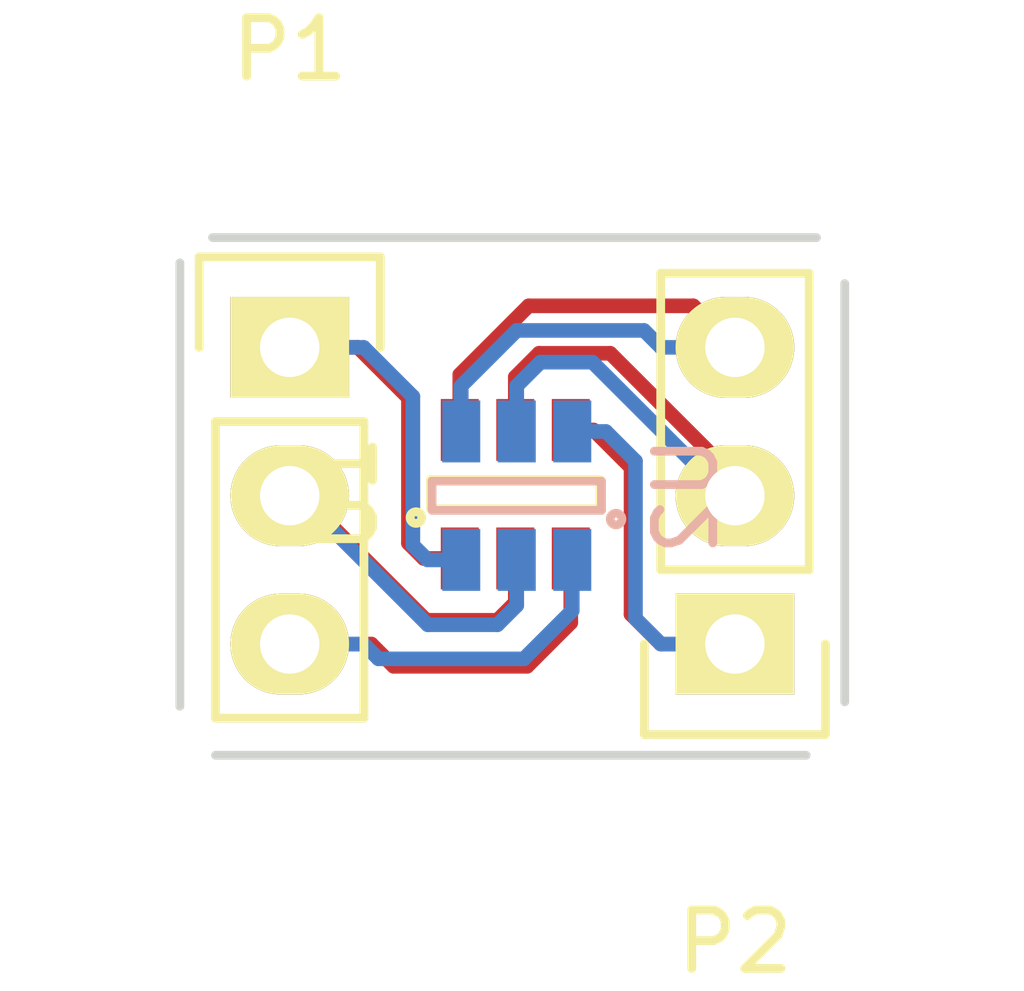
<source format=kicad_pcb>
(kicad_pcb (version 20171130) (host pcbnew 5.0-dev-unknown-dd04bcb~61~ubuntu16.04.1)

  (general
    (thickness 1.6)
    (drawings 4)
    (tracks 59)
    (zones 0)
    (modules 4)
    (nets 7)
  )

  (page A4)
  (layers
    (0 F.Cu signal)
    (31 B.Cu signal)
    (32 B.Adhes user)
    (33 F.Adhes user)
    (34 B.Paste user)
    (35 F.Paste user)
    (36 B.SilkS user)
    (37 F.SilkS user)
    (38 B.Mask user)
    (39 F.Mask user)
    (40 Dwgs.User user)
    (41 Cmts.User user)
    (42 Eco1.User user)
    (43 Eco2.User user)
    (44 Edge.Cuts user)
    (45 Margin user)
    (46 B.CrtYd user)
    (47 F.CrtYd user)
    (48 B.Fab user)
    (49 F.Fab user)
  )

  (setup
    (last_trace_width 0.25)
    (trace_clearance 0.2)
    (zone_clearance 0.508)
    (zone_45_only no)
    (trace_min 0.2)
    (segment_width 0.2)
    (edge_width 0.15)
    (via_size 0.6)
    (via_drill 0.4)
    (via_min_size 0.4)
    (via_min_drill 0.3)
    (uvia_size 0.3)
    (uvia_drill 0.1)
    (uvias_allowed no)
    (uvia_min_size 0.2)
    (uvia_min_drill 0.1)
    (pcb_text_width 0.3)
    (pcb_text_size 1.5 1.5)
    (mod_edge_width 0.15)
    (mod_text_size 1 1)
    (mod_text_width 0.15)
    (pad_size 1.524 1.524)
    (pad_drill 0.762)
    (pad_to_mask_clearance 0.2)
    (aux_axis_origin 0 0)
    (visible_elements FFFFFF7F)
    (pcbplotparams
      (layerselection 0x00030_80000001)
      (usegerberextensions false)
      (usegerberattributes false)
      (usegerberadvancedattributes false)
      (creategerberjobfile false)
      (excludeedgelayer true)
      (linewidth 1.000000)
      (plotframeref false)
      (viasonmask false)
      (mode 1)
      (useauxorigin false)
      (hpglpennumber 1)
      (hpglpenspeed 20)
      (hpglpendiameter 15)
      (psnegative false)
      (psa4output false)
      (plotreference true)
      (plotvalue true)
      (plotinvisibletext false)
      (padsonsilk false)
      (subtractmaskfromsilk false)
      (outputformat 1)
      (mirror false)
      (drillshape 1)
      (scaleselection 1)
      (outputdirectory ""))
  )

  (net 0 "")
  (net 1 "Net-(P1-Pad1)")
  (net 2 "Net-(P1-Pad2)")
  (net 3 "Net-(P1-Pad3)")
  (net 4 "Net-(P2-Pad1)")
  (net 5 "Net-(P2-Pad2)")
  (net 6 "Net-(P2-Pad3)")

  (net_class Default "This is the default net class."
    (clearance 0.2)
    (trace_width 0.25)
    (via_dia 0.6)
    (via_drill 0.4)
    (uvia_dia 0.3)
    (uvia_drill 0.1)
    (add_net "Net-(P1-Pad1)")
    (add_net "Net-(P1-Pad2)")
    (add_net "Net-(P1-Pad3)")
    (add_net "Net-(P2-Pad1)")
    (add_net "Net-(P2-Pad2)")
    (add_net "Net-(P2-Pad3)")
  )

  (module Pin_Headers:Pin_Header_Straight_1x03 (layer F.Cu) (tedit 0) (tstamp 56251639)
    (at 108.1278 84.836)
    (descr "Through hole pin header")
    (tags "pin header")
    (path /56251035)
    (fp_text reference P1 (at 0 -5.1) (layer F.SilkS)
      (effects (font (size 1 1) (thickness 0.15)))
    )
    (fp_text value CONN_01X03 (at 0 -3.1) (layer F.Fab)
      (effects (font (size 1 1) (thickness 0.15)))
    )
    (fp_line (start -1.75 -1.75) (end -1.75 6.85) (layer F.CrtYd) (width 0.05))
    (fp_line (start 1.75 -1.75) (end 1.75 6.85) (layer F.CrtYd) (width 0.05))
    (fp_line (start -1.75 -1.75) (end 1.75 -1.75) (layer F.CrtYd) (width 0.05))
    (fp_line (start -1.75 6.85) (end 1.75 6.85) (layer F.CrtYd) (width 0.05))
    (fp_line (start -1.27 1.27) (end -1.27 6.35) (layer F.SilkS) (width 0.15))
    (fp_line (start -1.27 6.35) (end 1.27 6.35) (layer F.SilkS) (width 0.15))
    (fp_line (start 1.27 6.35) (end 1.27 1.27) (layer F.SilkS) (width 0.15))
    (fp_line (start 1.55 -1.55) (end 1.55 0) (layer F.SilkS) (width 0.15))
    (fp_line (start 1.27 1.27) (end -1.27 1.27) (layer F.SilkS) (width 0.15))
    (fp_line (start -1.55 0) (end -1.55 -1.55) (layer F.SilkS) (width 0.15))
    (fp_line (start -1.55 -1.55) (end 1.55 -1.55) (layer F.SilkS) (width 0.15))
    (pad 1 thru_hole rect (at 0 0) (size 2.032 1.7272) (drill 1.016) (layers *.Cu *.Mask F.SilkS)
      (net 1 "Net-(P1-Pad1)"))
    (pad 2 thru_hole oval (at 0 2.54) (size 2.032 1.7272) (drill 1.016) (layers *.Cu *.Mask F.SilkS)
      (net 2 "Net-(P1-Pad2)"))
    (pad 3 thru_hole oval (at 0 5.08) (size 2.032 1.7272) (drill 1.016) (layers *.Cu *.Mask F.SilkS)
      (net 3 "Net-(P1-Pad3)"))
    (model Pin_Headers.3dshapes/Pin_Header_Straight_1x03.wrl
      (offset (xyz 0 -2.539999961853027 0))
      (scale (xyz 1 1 1))
      (rotate (xyz 0 0 90))
    )
  )

  (module Pin_Headers:Pin_Header_Straight_1x03 (layer F.Cu) (tedit 0) (tstamp 5625164B)
    (at 115.7478 89.916 180)
    (descr "Through hole pin header")
    (tags "pin header")
    (path /56250FDB)
    (fp_text reference P2 (at 0 -5.1 180) (layer F.SilkS)
      (effects (font (size 1 1) (thickness 0.15)))
    )
    (fp_text value CONN_01X03 (at 0 -3.1 180) (layer F.Fab)
      (effects (font (size 1 1) (thickness 0.15)))
    )
    (fp_line (start -1.75 -1.75) (end -1.75 6.85) (layer F.CrtYd) (width 0.05))
    (fp_line (start 1.75 -1.75) (end 1.75 6.85) (layer F.CrtYd) (width 0.05))
    (fp_line (start -1.75 -1.75) (end 1.75 -1.75) (layer F.CrtYd) (width 0.05))
    (fp_line (start -1.75 6.85) (end 1.75 6.85) (layer F.CrtYd) (width 0.05))
    (fp_line (start -1.27 1.27) (end -1.27 6.35) (layer F.SilkS) (width 0.15))
    (fp_line (start -1.27 6.35) (end 1.27 6.35) (layer F.SilkS) (width 0.15))
    (fp_line (start 1.27 6.35) (end 1.27 1.27) (layer F.SilkS) (width 0.15))
    (fp_line (start 1.55 -1.55) (end 1.55 0) (layer F.SilkS) (width 0.15))
    (fp_line (start 1.27 1.27) (end -1.27 1.27) (layer F.SilkS) (width 0.15))
    (fp_line (start -1.55 0) (end -1.55 -1.55) (layer F.SilkS) (width 0.15))
    (fp_line (start -1.55 -1.55) (end 1.55 -1.55) (layer F.SilkS) (width 0.15))
    (pad 1 thru_hole rect (at 0 0 180) (size 2.032 1.7272) (drill 1.016) (layers *.Cu *.Mask F.SilkS)
      (net 4 "Net-(P2-Pad1)"))
    (pad 2 thru_hole oval (at 0 2.54 180) (size 2.032 1.7272) (drill 1.016) (layers *.Cu *.Mask F.SilkS)
      (net 5 "Net-(P2-Pad2)"))
    (pad 3 thru_hole oval (at 0 5.08 180) (size 2.032 1.7272) (drill 1.016) (layers *.Cu *.Mask F.SilkS)
      (net 6 "Net-(P2-Pad3)"))
    (model Pin_Headers.3dshapes/Pin_Header_Straight_1x03.wrl
      (offset (xyz 0 -2.539999961853027 0))
      (scale (xyz 1 1 1))
      (rotate (xyz 0 0 90))
    )
  )

  (module Housings_SOT-23_SOT-143_TSOT-6:SOT-23-6 (layer F.Cu) (tedit 53DE8DE3) (tstamp 5625165A)
    (at 111.9886 87.3506 90)
    (descr "6-pin SOT-23 package")
    (tags SOT-23-6)
    (path /56251573)
    (attr smd)
    (fp_text reference U1 (at 0 -2.9 90) (layer F.SilkS)
      (effects (font (size 1 1) (thickness 0.15)))
    )
    (fp_text value MCP3421A0T-E/CH (at 0 2.9 90) (layer F.Fab)
      (effects (font (size 1 1) (thickness 0.15)))
    )
    (fp_circle (center -0.4 -1.7) (end -0.3 -1.7) (layer F.SilkS) (width 0.15))
    (fp_line (start 0.25 -1.45) (end -0.25 -1.45) (layer F.SilkS) (width 0.15))
    (fp_line (start 0.25 1.45) (end 0.25 -1.45) (layer F.SilkS) (width 0.15))
    (fp_line (start -0.25 1.45) (end 0.25 1.45) (layer F.SilkS) (width 0.15))
    (fp_line (start -0.25 -1.45) (end -0.25 1.45) (layer F.SilkS) (width 0.15))
    (pad 1 smd rect (at -1.1 -0.95 90) (size 1.06 0.65) (layers F.Cu F.Paste F.Mask)
      (net 1 "Net-(P1-Pad1)"))
    (pad 2 smd rect (at -1.1 0 90) (size 1.06 0.65) (layers F.Cu F.Paste F.Mask)
      (net 2 "Net-(P1-Pad2)"))
    (pad 3 smd rect (at -1.1 0.95 90) (size 1.06 0.65) (layers F.Cu F.Paste F.Mask)
      (net 3 "Net-(P1-Pad3)"))
    (pad 4 smd rect (at 1.1 0.95 90) (size 1.06 0.65) (layers F.Cu F.Paste F.Mask)
      (net 4 "Net-(P2-Pad1)"))
    (pad 6 smd rect (at 1.1 -0.95 90) (size 1.06 0.65) (layers F.Cu F.Paste F.Mask)
      (net 6 "Net-(P2-Pad3)"))
    (pad 5 smd rect (at 1.1 0 90) (size 1.06 0.65) (layers F.Cu F.Paste F.Mask)
      (net 5 "Net-(P2-Pad2)"))
    (model Housings_SOT-23_SOT-143_TSOT-6.3dshapes/SOT-23-6.wrl
      (at (xyz 0 0 0))
      (scale (xyz 1 1 1))
      (rotate (xyz 0 0 0))
    )
  )

  (module Housings_SOT-23_SOT-143_TSOT-6.pretty:SOT-23-6 (layer B.Cu) (tedit 53DE8DE3) (tstamp 5A8ED580)
    (at 112.014 87.376 90)
    (descr "6-pin SOT-23 package")
    (tags SOT-23-6)
    (path /5A8EFB11)
    (attr smd)
    (fp_text reference U2 (at 0 2.9 90) (layer B.SilkS)
      (effects (font (size 1 1) (thickness 0.15)) (justify mirror))
    )
    (fp_text value MCP3421A0T-E/CH (at 0 -2.9 90) (layer B.Fab)
      (effects (font (size 1 1) (thickness 0.15)) (justify mirror))
    )
    (fp_circle (center -0.4 1.7) (end -0.3 1.7) (layer B.SilkS) (width 0.15))
    (fp_line (start 0.25 1.45) (end -0.25 1.45) (layer B.SilkS) (width 0.15))
    (fp_line (start 0.25 -1.45) (end 0.25 1.45) (layer B.SilkS) (width 0.15))
    (fp_line (start -0.25 -1.45) (end 0.25 -1.45) (layer B.SilkS) (width 0.15))
    (fp_line (start -0.25 1.45) (end -0.25 -1.45) (layer B.SilkS) (width 0.15))
    (pad 1 smd rect (at -1.1 0.95 90) (size 1.06 0.65) (layers B.Cu B.Paste B.Mask)
      (net 3 "Net-(P1-Pad3)"))
    (pad 2 smd rect (at -1.1 0 90) (size 1.06 0.65) (layers B.Cu B.Paste B.Mask)
      (net 2 "Net-(P1-Pad2)"))
    (pad 3 smd rect (at -1.1 -0.95 90) (size 1.06 0.65) (layers B.Cu B.Paste B.Mask)
      (net 1 "Net-(P1-Pad1)"))
    (pad 4 smd rect (at 1.1 -0.95 90) (size 1.06 0.65) (layers B.Cu B.Paste B.Mask)
      (net 6 "Net-(P2-Pad3)"))
    (pad 6 smd rect (at 1.1 0.95 90) (size 1.06 0.65) (layers B.Cu B.Paste B.Mask)
      (net 4 "Net-(P2-Pad1)"))
    (pad 5 smd rect (at 1.1 0 90) (size 1.06 0.65) (layers B.Cu B.Paste B.Mask)
      (net 5 "Net-(P2-Pad2)"))
    (model Housings_SOT-23_SOT-143_TSOT-6.3dshapes/SOT-23-6.wrl
      (at (xyz 0 0 0))
      (scale (xyz 1 1 1))
      (rotate (xyz 0 0 0))
    )
  )

  (gr_line (start 106.2482 90.9828) (end 106.2482 83.3882) (angle 90) (layer Edge.Cuts) (width 0.15))
  (gr_line (start 116.967 91.821) (end 106.8578 91.821) (angle 90) (layer Edge.Cuts) (width 0.15))
  (gr_line (start 117.6274 83.7438) (end 117.6274 90.9066) (angle 90) (layer Edge.Cuts) (width 0.15))
  (gr_line (start 106.807 82.9564) (end 117.1448 82.9564) (angle 90) (layer Edge.Cuts) (width 0.15))

  (segment (start 110.236 88.223) (end 110.236 85.6782) (width 0.25) (layer B.Cu) (net 1))
  (segment (start 110.489 88.476) (end 110.236 88.223) (width 0.25) (layer B.Cu) (net 1))
  (segment (start 110.236 85.6782) (end 109.3938 84.836) (width 0.25) (layer B.Cu) (net 1))
  (segment (start 111.064 88.476) (end 110.489 88.476) (width 0.25) (layer B.Cu) (net 1))
  (segment (start 109.3938 84.836) (end 108.1278 84.836) (width 0.25) (layer B.Cu) (net 1))
  (segment (start 108.1278 84.836) (end 109.2962 84.836) (width 0.25) (layer F.Cu) (net 1))
  (segment (start 110.4216 88.4506) (end 111.0386 88.4506) (width 0.25) (layer F.Cu) (net 1) (tstamp 562516FE))
  (segment (start 110.1598 88.1888) (end 110.4216 88.4506) (width 0.25) (layer F.Cu) (net 1) (tstamp 562516FD))
  (segment (start 110.1598 85.6996) (end 110.1598 88.1888) (width 0.25) (layer F.Cu) (net 1) (tstamp 562516FC))
  (segment (start 109.2962 84.836) (end 110.1598 85.6996) (width 0.25) (layer F.Cu) (net 1) (tstamp 562516FB))
  (segment (start 112.014 89.2556) (end 112.014 88.476) (width 0.25) (layer B.Cu) (net 2))
  (segment (start 111.6838 89.5858) (end 112.014 89.2556) (width 0.25) (layer B.Cu) (net 2))
  (segment (start 110.49 89.5858) (end 111.6838 89.5858) (width 0.25) (layer B.Cu) (net 2))
  (segment (start 108.1278 87.376) (end 108.2802 87.376) (width 0.25) (layer B.Cu) (net 2))
  (segment (start 108.2802 87.376) (end 110.49 89.5858) (width 0.25) (layer B.Cu) (net 2))
  (segment (start 108.1278 87.376) (end 108.331 87.376) (width 0.25) (layer F.Cu) (net 2))
  (segment (start 108.331 87.376) (end 110.4646 89.5096) (width 0.25) (layer F.Cu) (net 2) (tstamp 56251701))
  (segment (start 110.4646 89.5096) (end 111.6838 89.5096) (width 0.25) (layer F.Cu) (net 2) (tstamp 56251702))
  (segment (start 111.6838 89.5096) (end 111.9886 89.2048) (width 0.25) (layer F.Cu) (net 2) (tstamp 56251704))
  (segment (start 111.9886 89.2048) (end 111.9886 88.4506) (width 0.25) (layer F.Cu) (net 2) (tstamp 56251705))
  (segment (start 112.136 90.17) (end 109.6478 90.17) (width 0.25) (layer B.Cu) (net 3))
  (segment (start 109.6478 90.17) (end 109.3938 89.916) (width 0.25) (layer B.Cu) (net 3))
  (segment (start 109.3938 89.916) (end 108.1278 89.916) (width 0.25) (layer B.Cu) (net 3))
  (segment (start 112.964 89.342) (end 112.136 90.17) (width 0.25) (layer B.Cu) (net 3))
  (segment (start 112.964 88.476) (end 112.964 89.342) (width 0.25) (layer B.Cu) (net 3))
  (segment (start 108.1278 89.916) (end 109.5248 89.916) (width 0.25) (layer F.Cu) (net 3))
  (segment (start 112.9386 89.5502) (end 112.9386 88.4506) (width 0.25) (layer F.Cu) (net 3) (tstamp 5625170B))
  (segment (start 112.1918 90.297) (end 112.9386 89.5502) (width 0.25) (layer F.Cu) (net 3) (tstamp 5625170A))
  (segment (start 109.9058 90.297) (end 112.1918 90.297) (width 0.25) (layer F.Cu) (net 3) (tstamp 56251709))
  (segment (start 109.5248 89.916) (end 109.9058 90.297) (width 0.25) (layer F.Cu) (net 3) (tstamp 56251708))
  (segment (start 114.046 86.783) (end 114.046 89.4802) (width 0.25) (layer B.Cu) (net 4))
  (segment (start 113.539 86.276) (end 114.046 86.783) (width 0.25) (layer B.Cu) (net 4))
  (segment (start 114.046 89.4802) (end 114.4818 89.916) (width 0.25) (layer B.Cu) (net 4))
  (segment (start 112.964 86.276) (end 113.539 86.276) (width 0.25) (layer B.Cu) (net 4))
  (segment (start 114.4818 89.916) (end 115.7478 89.916) (width 0.25) (layer B.Cu) (net 4))
  (segment (start 112.9386 86.2506) (end 113.327 86.2506) (width 0.25) (layer F.Cu) (net 4))
  (segment (start 114.4778 89.916) (end 115.7478 89.916) (width 0.25) (layer F.Cu) (net 4) (tstamp 56251711))
  (segment (start 113.9698 89.408) (end 114.4778 89.916) (width 0.25) (layer F.Cu) (net 4) (tstamp 56251710))
  (segment (start 113.9698 86.8934) (end 113.9698 89.408) (width 0.25) (layer F.Cu) (net 4) (tstamp 5625170F))
  (segment (start 113.327 86.2506) (end 113.9698 86.8934) (width 0.25) (layer F.Cu) (net 4) (tstamp 5625170E))
  (segment (start 112.42 85.09) (end 112.014 85.496) (width 0.25) (layer B.Cu) (net 5))
  (segment (start 113.3094 85.09) (end 112.42 85.09) (width 0.25) (layer B.Cu) (net 5))
  (segment (start 115.5954 87.376) (end 113.3094 85.09) (width 0.25) (layer B.Cu) (net 5))
  (segment (start 115.7478 87.376) (end 115.5954 87.376) (width 0.25) (layer B.Cu) (net 5))
  (segment (start 112.014 85.496) (end 112.014 86.276) (width 0.25) (layer B.Cu) (net 5))
  (segment (start 115.7478 87.376) (end 115.7478 87.0712) (width 0.25) (layer F.Cu) (net 5))
  (segment (start 115.7478 87.0712) (end 113.6142 84.9376) (width 0.25) (layer F.Cu) (net 5) (tstamp 56251714))
  (segment (start 113.6142 84.9376) (end 112.395 84.9376) (width 0.25) (layer F.Cu) (net 5) (tstamp 56251715))
  (segment (start 112.395 84.9376) (end 111.9886 85.344) (width 0.25) (layer F.Cu) (net 5) (tstamp 56251717))
  (segment (start 111.9886 85.344) (end 111.9886 86.2506) (width 0.25) (layer F.Cu) (net 5) (tstamp 56251718))
  (segment (start 111.064 85.496) (end 112.014 84.546) (width 0.25) (layer B.Cu) (net 6))
  (segment (start 115.7478 84.836) (end 114.4818 84.836) (width 0.25) (layer B.Cu) (net 6))
  (segment (start 114.4818 84.836) (end 114.1918 84.546) (width 0.25) (layer B.Cu) (net 6))
  (segment (start 114.1918 84.546) (end 112.014 84.546) (width 0.25) (layer B.Cu) (net 6))
  (segment (start 111.064 86.276) (end 111.064 85.496) (width 0.25) (layer B.Cu) (net 6))
  (segment (start 111.0386 86.2506) (end 111.0386 85.3034) (width 0.25) (layer F.Cu) (net 6))
  (segment (start 115.0366 84.1248) (end 115.7478 84.836) (width 0.25) (layer F.Cu) (net 6) (tstamp 5625171E))
  (segment (start 112.2172 84.1248) (end 115.0366 84.1248) (width 0.25) (layer F.Cu) (net 6) (tstamp 5625171C))
  (segment (start 111.0386 85.3034) (end 112.2172 84.1248) (width 0.25) (layer F.Cu) (net 6) (tstamp 5625171B))

)

</source>
